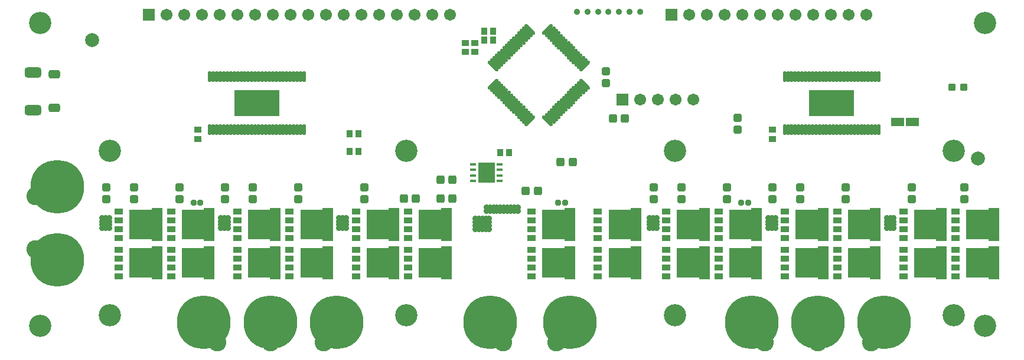
<source format=gts>
G04*
G04 #@! TF.GenerationSoftware,Altium Limited,Altium Designer,20.0.11 (256)*
G04*
G04 Layer_Color=8388736*
%FSLAX25Y25*%
%MOIN*%
G70*
G01*
G75*
%ADD33R,0.03543X0.01181*%
%ADD43R,0.07493X0.04737*%
%ADD44C,0.07874*%
%ADD45C,0.03600*%
G04:AMPARAMS|DCode=46|XSize=47.37mil|YSize=43.43mil|CornerRadius=8.43mil|HoleSize=0mil|Usage=FLASHONLY|Rotation=180.000|XOffset=0mil|YOffset=0mil|HoleType=Round|Shape=RoundedRectangle|*
%AMROUNDEDRECTD46*
21,1,0.04737,0.02657,0,0,180.0*
21,1,0.03051,0.04343,0,0,180.0*
1,1,0.01686,-0.01526,0.01329*
1,1,0.01686,0.01526,0.01329*
1,1,0.01686,0.01526,-0.01329*
1,1,0.01686,-0.01526,-0.01329*
%
%ADD46ROUNDEDRECTD46*%
G04:AMPARAMS|DCode=47|XSize=47.37mil|YSize=43.43mil|CornerRadius=8.43mil|HoleSize=0mil|Usage=FLASHONLY|Rotation=270.000|XOffset=0mil|YOffset=0mil|HoleType=Round|Shape=RoundedRectangle|*
%AMROUNDEDRECTD47*
21,1,0.04737,0.02657,0,0,270.0*
21,1,0.03051,0.04343,0,0,270.0*
1,1,0.01686,-0.01329,-0.01526*
1,1,0.01686,-0.01329,0.01526*
1,1,0.01686,0.01329,0.01526*
1,1,0.01686,0.01329,-0.01526*
%
%ADD47ROUNDEDRECTD47*%
%ADD48R,0.09803X0.11811*%
%ADD49R,0.06496X0.19095*%
%ADD50R,0.05118X0.03347*%
%ADD51R,0.09252X0.17126*%
G04:AMPARAMS|DCode=52|XSize=19.81mil|YSize=78.87mil|CornerRadius=0mil|HoleSize=0mil|Usage=FLASHONLY|Rotation=45.000|XOffset=0mil|YOffset=0mil|HoleType=Round|Shape=Round|*
%AMOVALD52*
21,1,0.05906,0.01981,0.00000,0.00000,135.0*
1,1,0.01981,0.02088,-0.02088*
1,1,0.01981,-0.02088,0.02088*
%
%ADD52OVALD52*%

G04:AMPARAMS|DCode=53|XSize=19.81mil|YSize=78.87mil|CornerRadius=0mil|HoleSize=0mil|Usage=FLASHONLY|Rotation=315.000|XOffset=0mil|YOffset=0mil|HoleType=Round|Shape=Round|*
%AMOVALD53*
21,1,0.05906,0.01981,0.00000,0.00000,45.0*
1,1,0.01981,-0.02088,-0.02088*
1,1,0.01981,0.02088,0.02088*
%
%ADD53OVALD53*%

%ADD54R,0.25800X0.15013*%
%ADD55O,0.01981X0.06312*%
%ADD56R,0.03556X0.04147*%
%ADD57R,0.04147X0.03556*%
G04:AMPARAMS|DCode=58|XSize=31.62mil|YSize=31.62mil|CornerRadius=6.36mil|HoleSize=0mil|Usage=FLASHONLY|Rotation=90.000|XOffset=0mil|YOffset=0mil|HoleType=Round|Shape=RoundedRectangle|*
%AMROUNDEDRECTD58*
21,1,0.03162,0.01890,0,0,90.0*
21,1,0.01890,0.03162,0,0,90.0*
1,1,0.01272,0.00945,0.00945*
1,1,0.01272,0.00945,-0.00945*
1,1,0.01272,-0.00945,-0.00945*
1,1,0.01272,-0.00945,0.00945*
%
%ADD58ROUNDEDRECTD58*%
G04:AMPARAMS|DCode=59|XSize=39.5mil|YSize=39.5mil|CornerRadius=7.94mil|HoleSize=0mil|Usage=FLASHONLY|Rotation=0.000|XOffset=0mil|YOffset=0mil|HoleType=Round|Shape=RoundedRectangle|*
%AMROUNDEDRECTD59*
21,1,0.03950,0.02362,0,0,0.0*
21,1,0.02362,0.03950,0,0,0.0*
1,1,0.01587,0.01181,-0.01181*
1,1,0.01587,-0.01181,-0.01181*
1,1,0.01587,-0.01181,0.01181*
1,1,0.01587,0.01181,0.01181*
%
%ADD59ROUNDEDRECTD59*%
%ADD60C,0.30328*%
%ADD61C,0.12611*%
G04:AMPARAMS|DCode=62|XSize=59.18mil|YSize=94.61mil|CornerRadius=16.8mil|HoleSize=0mil|Usage=FLASHONLY|Rotation=90.000|XOffset=0mil|YOffset=0mil|HoleType=Round|Shape=RoundedRectangle|*
%AMROUNDEDRECTD62*
21,1,0.05918,0.06102,0,0,90.0*
21,1,0.02559,0.09461,0,0,90.0*
1,1,0.03359,0.03051,0.01280*
1,1,0.03359,0.03051,-0.01280*
1,1,0.03359,-0.03051,-0.01280*
1,1,0.03359,-0.03051,0.01280*
%
%ADD62ROUNDEDRECTD62*%
G04:AMPARAMS|DCode=63|XSize=49.34mil|YSize=65.48mil|CornerRadius=14.34mil|HoleSize=0mil|Usage=FLASHONLY|Rotation=90.000|XOffset=0mil|YOffset=0mil|HoleType=Round|Shape=RoundedRectangle|*
%AMROUNDEDRECTD63*
21,1,0.04934,0.03681,0,0,90.0*
21,1,0.02067,0.06548,0,0,90.0*
1,1,0.02867,0.01841,0.01034*
1,1,0.02867,0.01841,-0.01034*
1,1,0.02867,-0.01841,-0.01034*
1,1,0.02867,-0.01841,0.01034*
%
%ADD63ROUNDEDRECTD63*%
%ADD64C,0.06706*%
%ADD65R,0.06706X0.06706*%
%ADD66C,0.10249*%
%ADD67C,0.03556*%
%ADD68C,0.03950*%
D33*
X269272Y103937D02*
D03*
Y107087D02*
D03*
Y100787D02*
D03*
Y97638D02*
D03*
X254350Y107087D02*
D03*
Y100787D02*
D03*
Y103937D02*
D03*
Y97638D02*
D03*
D43*
X502165Y131102D02*
D03*
X493898D02*
D03*
D44*
X539370Y110236D02*
D03*
X39370Y177165D02*
D03*
D45*
X324803Y193307D02*
D03*
X336614D02*
D03*
X330709D02*
D03*
X318898D02*
D03*
X312992D02*
D03*
X342520D02*
D03*
X348425D02*
D03*
D46*
X329134Y152953D02*
D03*
Y159646D02*
D03*
X47244Y93898D02*
D03*
Y87205D02*
D03*
X62992Y93898D02*
D03*
Y87205D02*
D03*
X88582Y93898D02*
D03*
Y87205D02*
D03*
X114173Y93898D02*
D03*
Y87205D02*
D03*
X129921Y93898D02*
D03*
Y87205D02*
D03*
X155512Y93898D02*
D03*
Y87205D02*
D03*
X192913Y93898D02*
D03*
Y87205D02*
D03*
X403543Y126575D02*
D03*
Y133268D02*
D03*
X356299Y93898D02*
D03*
Y87205D02*
D03*
X372047Y87204D02*
D03*
Y93897D02*
D03*
X501968Y87204D02*
D03*
Y93897D02*
D03*
X464567Y87204D02*
D03*
Y93898D02*
D03*
X531496Y87204D02*
D03*
Y93897D02*
D03*
X438976Y87204D02*
D03*
Y93897D02*
D03*
X397638Y87204D02*
D03*
Y93898D02*
D03*
X423228Y93898D02*
D03*
Y87205D02*
D03*
D47*
X339961Y133071D02*
D03*
X333268D02*
D03*
X215157Y87795D02*
D03*
X221850D02*
D03*
X236023Y98425D02*
D03*
X242717D02*
D03*
X236024Y87795D02*
D03*
X242717D02*
D03*
X284055Y92126D02*
D03*
X290748D02*
D03*
X303740Y108268D02*
D03*
X310433D02*
D03*
D48*
X261811Y102362D02*
D03*
D49*
X239173Y51181D02*
D03*
X105315Y51181D02*
D03*
X75787Y72835D02*
D03*
X142717Y51181D02*
D03*
X172244Y51181D02*
D03*
X209646Y51181D02*
D03*
X239173Y72835D02*
D03*
X142717D02*
D03*
X209646D02*
D03*
X172244D02*
D03*
X75787Y51181D02*
D03*
X105315Y72835D02*
D03*
X481299Y51181D02*
D03*
X481299Y72835D02*
D03*
X518701D02*
D03*
X414370Y51181D02*
D03*
X384842Y51181D02*
D03*
X518701D02*
D03*
X414370Y72835D02*
D03*
X384842D02*
D03*
X346260Y72834D02*
D03*
X346260Y51181D02*
D03*
X308858Y72834D02*
D03*
X548228Y51181D02*
D03*
X451772Y51181D02*
D03*
Y72835D02*
D03*
X308858Y51181D02*
D03*
X548228Y72835D02*
D03*
D50*
X217618Y53681D02*
D03*
Y58681D02*
D03*
Y48681D02*
D03*
Y43681D02*
D03*
X83760Y53681D02*
D03*
Y58681D02*
D03*
Y48681D02*
D03*
Y43681D02*
D03*
X54232Y75335D02*
D03*
Y80335D02*
D03*
Y70335D02*
D03*
Y65335D02*
D03*
X121161Y53681D02*
D03*
Y58681D02*
D03*
Y48681D02*
D03*
Y43681D02*
D03*
X150689Y53681D02*
D03*
Y58681D02*
D03*
Y48681D02*
D03*
Y43681D02*
D03*
X188090Y53681D02*
D03*
Y58681D02*
D03*
Y48681D02*
D03*
Y43681D02*
D03*
X217618Y75335D02*
D03*
Y80335D02*
D03*
Y70335D02*
D03*
Y65335D02*
D03*
X121161Y75335D02*
D03*
Y80335D02*
D03*
Y70335D02*
D03*
Y65335D02*
D03*
X188090Y75335D02*
D03*
Y80335D02*
D03*
Y70335D02*
D03*
Y65335D02*
D03*
X150689Y75335D02*
D03*
Y80335D02*
D03*
Y70335D02*
D03*
Y65335D02*
D03*
X54232Y53681D02*
D03*
Y58681D02*
D03*
Y48681D02*
D03*
Y43681D02*
D03*
X83760Y75335D02*
D03*
Y80335D02*
D03*
Y70335D02*
D03*
Y65335D02*
D03*
X459744Y53681D02*
D03*
Y58681D02*
D03*
Y48681D02*
D03*
Y43681D02*
D03*
X459744Y75335D02*
D03*
Y80335D02*
D03*
Y70335D02*
D03*
Y65335D02*
D03*
X497146Y75335D02*
D03*
Y80335D02*
D03*
Y70335D02*
D03*
Y65335D02*
D03*
X392815Y53681D02*
D03*
Y58681D02*
D03*
Y48681D02*
D03*
Y43681D02*
D03*
X363287Y53681D02*
D03*
Y58681D02*
D03*
Y48681D02*
D03*
Y43681D02*
D03*
X497146Y53681D02*
D03*
Y58681D02*
D03*
Y48681D02*
D03*
Y43681D02*
D03*
X392815Y75335D02*
D03*
Y80335D02*
D03*
Y70335D02*
D03*
Y65335D02*
D03*
X363287Y75335D02*
D03*
Y80335D02*
D03*
Y70335D02*
D03*
Y65335D02*
D03*
X324705Y75335D02*
D03*
Y80335D02*
D03*
Y70335D02*
D03*
Y65334D02*
D03*
X324705Y53681D02*
D03*
Y58681D02*
D03*
Y48681D02*
D03*
Y43681D02*
D03*
X287303Y75335D02*
D03*
Y80335D02*
D03*
Y70335D02*
D03*
Y65334D02*
D03*
X526673Y53681D02*
D03*
Y58681D02*
D03*
Y48681D02*
D03*
Y43681D02*
D03*
X430217Y53681D02*
D03*
Y58681D02*
D03*
Y48681D02*
D03*
Y43681D02*
D03*
Y75335D02*
D03*
Y80335D02*
D03*
Y70335D02*
D03*
Y65335D02*
D03*
X287303Y53681D02*
D03*
Y58681D02*
D03*
Y48681D02*
D03*
Y43681D02*
D03*
X526673Y75335D02*
D03*
Y80335D02*
D03*
Y70335D02*
D03*
Y65335D02*
D03*
D51*
X233661Y51181D02*
D03*
X228346D02*
D03*
X99803Y51181D02*
D03*
X94488D02*
D03*
X70275Y72835D02*
D03*
X64960D02*
D03*
X137205Y51181D02*
D03*
X131890D02*
D03*
X166732Y51181D02*
D03*
X161417D02*
D03*
X204134Y51181D02*
D03*
X198819D02*
D03*
X233661Y72835D02*
D03*
X228346D02*
D03*
X137205D02*
D03*
X131890D02*
D03*
X204134D02*
D03*
X198819D02*
D03*
X166732D02*
D03*
X161417D02*
D03*
X70275Y51181D02*
D03*
X64960D02*
D03*
X99803Y72835D02*
D03*
X94488D02*
D03*
X475787Y51181D02*
D03*
X470472D02*
D03*
X475787Y72835D02*
D03*
X470472D02*
D03*
X513189D02*
D03*
X507874D02*
D03*
X408858Y51181D02*
D03*
X403543D02*
D03*
X379331Y51181D02*
D03*
X374016D02*
D03*
X513189D02*
D03*
X507874D02*
D03*
X408858Y72835D02*
D03*
X403543D02*
D03*
X379331D02*
D03*
X374016D02*
D03*
X340748Y72834D02*
D03*
X335433D02*
D03*
X340748Y51181D02*
D03*
X335433D02*
D03*
X303346Y72834D02*
D03*
X298031D02*
D03*
X542717Y51181D02*
D03*
X537401D02*
D03*
X446260Y51181D02*
D03*
X440945D02*
D03*
X446260Y72835D02*
D03*
X440945D02*
D03*
X303346Y51181D02*
D03*
X298031D02*
D03*
X542717Y72835D02*
D03*
X537401D02*
D03*
D52*
X308877Y144118D02*
D03*
X306093Y141334D02*
D03*
X296350Y131590D02*
D03*
X299133Y134374D02*
D03*
X317229Y152469D02*
D03*
X314445Y149685D02*
D03*
X315837Y151077D02*
D03*
X273800Y170843D02*
D03*
X272408Y169451D02*
D03*
X277976Y175019D02*
D03*
X266840Y163883D02*
D03*
X265448Y162491D02*
D03*
X271016Y168059D02*
D03*
X268232Y165275D02*
D03*
X269624Y166667D02*
D03*
X283544Y180587D02*
D03*
X286328Y183370D02*
D03*
X284936Y181978D02*
D03*
X282152Y179195D02*
D03*
X279368Y176411D02*
D03*
X280760Y177803D02*
D03*
X307485Y142726D02*
D03*
X297742Y132982D02*
D03*
X310269Y145510D02*
D03*
X300525Y135766D02*
D03*
X304701Y139942D02*
D03*
X303309Y138550D02*
D03*
X301917Y137158D02*
D03*
X313053Y148294D02*
D03*
X311661Y146902D02*
D03*
X275192Y172235D02*
D03*
X276584Y173627D02*
D03*
D53*
X286328Y131590D02*
D03*
X284936Y132982D02*
D03*
X283544Y134374D02*
D03*
X282152Y135766D02*
D03*
X280760Y137158D02*
D03*
X279368Y138550D02*
D03*
X277976Y139942D02*
D03*
X276584Y141334D02*
D03*
X275192Y142726D02*
D03*
X273800Y144118D02*
D03*
X272408Y145510D02*
D03*
X271016Y146902D02*
D03*
X269624Y148293D02*
D03*
X268232Y149685D02*
D03*
X266840Y151077D02*
D03*
X265448Y152469D02*
D03*
X317229Y162491D02*
D03*
X307485Y172235D02*
D03*
X306093Y173627D02*
D03*
X304701Y175019D02*
D03*
X303309Y176410D02*
D03*
X301917Y177803D02*
D03*
X300525Y179195D02*
D03*
X299133Y180587D02*
D03*
X297742Y181978D02*
D03*
X296350Y183370D02*
D03*
X315837Y163883D02*
D03*
X311661Y168059D02*
D03*
X310269Y169451D02*
D03*
X308877Y170843D02*
D03*
X313053Y166667D02*
D03*
X314445Y165275D02*
D03*
D54*
X456693Y141732D02*
D03*
X132283D02*
D03*
D55*
X430118Y126772D02*
D03*
X432087D02*
D03*
X434055D02*
D03*
X436024D02*
D03*
X437992D02*
D03*
X439960D02*
D03*
X441929D02*
D03*
X443898D02*
D03*
X445866D02*
D03*
X447835D02*
D03*
X449803D02*
D03*
X451772D02*
D03*
X453740D02*
D03*
X455709D02*
D03*
X457677D02*
D03*
X459646D02*
D03*
X461614D02*
D03*
X463583D02*
D03*
X465551D02*
D03*
X467520D02*
D03*
X469488D02*
D03*
X471457D02*
D03*
X473425D02*
D03*
X475394D02*
D03*
X477362D02*
D03*
X479331D02*
D03*
X481299D02*
D03*
X483268D02*
D03*
X430118Y156693D02*
D03*
X432087D02*
D03*
X434055D02*
D03*
X436024D02*
D03*
X437992D02*
D03*
X439960D02*
D03*
X441929D02*
D03*
X443898D02*
D03*
X445866D02*
D03*
X447835D02*
D03*
X449803D02*
D03*
X451772D02*
D03*
X453740D02*
D03*
X455709D02*
D03*
X457677D02*
D03*
X459646D02*
D03*
X461614D02*
D03*
X463583D02*
D03*
X465551D02*
D03*
X467520D02*
D03*
X469488D02*
D03*
X471457D02*
D03*
X473425D02*
D03*
X475394D02*
D03*
X477362D02*
D03*
X479331D02*
D03*
X481299D02*
D03*
X483268D02*
D03*
X105709Y126772D02*
D03*
X107677D02*
D03*
X109646D02*
D03*
X111614D02*
D03*
X113583D02*
D03*
X115551D02*
D03*
X117520D02*
D03*
X119488D02*
D03*
X121457D02*
D03*
X123425D02*
D03*
X125394D02*
D03*
X127362D02*
D03*
X129331D02*
D03*
X131299D02*
D03*
X133268D02*
D03*
X135236D02*
D03*
X137205D02*
D03*
X139173D02*
D03*
X141142D02*
D03*
X143110D02*
D03*
X145079D02*
D03*
X147047D02*
D03*
X149016D02*
D03*
X150984D02*
D03*
X152953D02*
D03*
X154921D02*
D03*
X156890D02*
D03*
X158858D02*
D03*
X105709Y156693D02*
D03*
X107677D02*
D03*
X109646D02*
D03*
X111614D02*
D03*
X113583D02*
D03*
X115551D02*
D03*
X129331D02*
D03*
X131299D02*
D03*
X133268D02*
D03*
X135236D02*
D03*
X137205D02*
D03*
X147047D02*
D03*
X150984D02*
D03*
X152953D02*
D03*
X154921D02*
D03*
X156890D02*
D03*
X158858D02*
D03*
X127362D02*
D03*
X121457D02*
D03*
X119488D02*
D03*
X117520D02*
D03*
X123425D02*
D03*
X125394D02*
D03*
X141142D02*
D03*
X139173D02*
D03*
X143110D02*
D03*
X145079D02*
D03*
X149016D02*
D03*
D56*
X265551Y182283D02*
D03*
X260433D02*
D03*
X265551Y177165D02*
D03*
X260433D02*
D03*
X269488Y113779D02*
D03*
X274606D02*
D03*
X184449Y114173D02*
D03*
X189567D02*
D03*
Y124409D02*
D03*
X184449D02*
D03*
D57*
X423228Y121457D02*
D03*
Y126575D02*
D03*
X255118Y170669D02*
D03*
Y175787D02*
D03*
X250000Y170669D02*
D03*
Y175787D02*
D03*
X98819Y121457D02*
D03*
Y126575D02*
D03*
D58*
X405512Y85433D02*
D03*
X409449D02*
D03*
X96457D02*
D03*
X100394D02*
D03*
X306299D02*
D03*
X302362D02*
D03*
D59*
X524606Y150787D02*
D03*
X531299D02*
D03*
D60*
X139764Y17717D02*
D03*
X102362D02*
D03*
X177165D02*
D03*
X486221D02*
D03*
X263779Y17717D02*
D03*
X411417Y17717D02*
D03*
X448819D02*
D03*
X309055Y17717D02*
D03*
X19685Y94488D02*
D03*
X19685Y53150D02*
D03*
D61*
X216535Y114567D02*
D03*
X49213D02*
D03*
X9843Y15748D02*
D03*
X216535Y21654D02*
D03*
X525591Y114567D02*
D03*
X543307Y187008D02*
D03*
X525591Y21654D02*
D03*
X49213D02*
D03*
X9843Y187008D02*
D03*
X368110Y114567D02*
D03*
Y21654D02*
D03*
X543307Y15748D02*
D03*
D62*
X5906Y137697D02*
D03*
Y159154D02*
D03*
D63*
X17815Y138878D02*
D03*
Y157972D02*
D03*
D64*
X378583Y143701D02*
D03*
X368583D02*
D03*
X358583D02*
D03*
X348583D02*
D03*
X81260Y191732D02*
D03*
X91260D02*
D03*
X101260D02*
D03*
X111260D02*
D03*
X121260D02*
D03*
X131260D02*
D03*
X141260D02*
D03*
X151260D02*
D03*
X161260D02*
D03*
X171260D02*
D03*
X181260D02*
D03*
X191260D02*
D03*
X201260D02*
D03*
X211260D02*
D03*
X221260D02*
D03*
X231260D02*
D03*
X241260D02*
D03*
X376142D02*
D03*
X386142D02*
D03*
X396142D02*
D03*
X406142D02*
D03*
X416142D02*
D03*
X426142D02*
D03*
X436142D02*
D03*
X446142D02*
D03*
X456142D02*
D03*
X466142D02*
D03*
X476142D02*
D03*
D65*
X338583Y143701D02*
D03*
X71260Y191732D02*
D03*
X366142D02*
D03*
D66*
X418898Y6299D02*
D03*
X448898D02*
D03*
X478898D02*
D03*
X109843D02*
D03*
X139842D02*
D03*
X169843D02*
D03*
X7087Y58976D02*
D03*
Y88976D02*
D03*
X301260Y6299D02*
D03*
X271260D02*
D03*
D67*
X121457Y141732D02*
D03*
Y137401D02*
D03*
X263779Y106299D02*
D03*
Y102362D02*
D03*
X259842Y106299D02*
D03*
Y102362D02*
D03*
X263779Y98425D02*
D03*
X259842D02*
D03*
X147559Y25512D02*
D03*
X150787Y17717D02*
D03*
X139764Y28740D02*
D03*
X147559Y9922D02*
D03*
X139764Y6693D02*
D03*
X131969Y25512D02*
D03*
X128740Y17717D02*
D03*
X131969Y9922D02*
D03*
X110157Y25512D02*
D03*
X113386Y17717D02*
D03*
X102362Y28740D02*
D03*
X110157Y9922D02*
D03*
X102362Y6693D02*
D03*
X94567Y25512D02*
D03*
X91338Y17717D02*
D03*
X94567Y9922D02*
D03*
X184960Y25512D02*
D03*
X188189Y17717D02*
D03*
X177165Y28740D02*
D03*
X184960Y9922D02*
D03*
X177165Y6693D02*
D03*
X169370Y25512D02*
D03*
X166142Y17717D02*
D03*
X169370Y9922D02*
D03*
X494015Y25512D02*
D03*
X497244Y17717D02*
D03*
X486221Y28740D02*
D03*
X494015Y9922D02*
D03*
X486221Y6693D02*
D03*
X478426Y25512D02*
D03*
X475197Y17717D02*
D03*
X478426Y9922D02*
D03*
X271574Y25511D02*
D03*
X274803Y17717D02*
D03*
X263779Y28740D02*
D03*
X271574Y9922D02*
D03*
X263779Y6693D02*
D03*
X255984Y25511D02*
D03*
X252756Y17717D02*
D03*
X255984Y9922D02*
D03*
X419212Y25512D02*
D03*
X422441Y17717D02*
D03*
X411417Y28740D02*
D03*
X419212Y9922D02*
D03*
X411417Y6693D02*
D03*
X403622Y25512D02*
D03*
X400394Y17717D02*
D03*
X403622Y9922D02*
D03*
X456614Y25512D02*
D03*
X459842Y17717D02*
D03*
X448819Y28740D02*
D03*
X456614Y9922D02*
D03*
X448819Y6693D02*
D03*
X441024Y25512D02*
D03*
X437795Y17717D02*
D03*
X441024Y9922D02*
D03*
X316850Y25511D02*
D03*
X320079Y17717D02*
D03*
X309055Y28740D02*
D03*
X316850Y9922D02*
D03*
X309055Y6693D02*
D03*
X301260Y25511D02*
D03*
X298031Y17717D02*
D03*
X301260Y9922D02*
D03*
X27480Y102283D02*
D03*
X30709Y94488D02*
D03*
X19685Y105512D02*
D03*
X27480Y86693D02*
D03*
X19685Y83464D02*
D03*
X11890Y102283D02*
D03*
X8661Y94488D02*
D03*
X11890Y86693D02*
D03*
X27480Y60944D02*
D03*
X30709Y53150D02*
D03*
X19685Y64173D02*
D03*
X27480Y45355D02*
D03*
X19685Y42126D02*
D03*
X11890Y60944D02*
D03*
X8662Y53150D02*
D03*
X11890Y45355D02*
D03*
X261811Y80709D02*
D03*
X271654D02*
D03*
Y82677D02*
D03*
X261811D02*
D03*
X269685D02*
D03*
Y80709D02*
D03*
X279527Y82677D02*
D03*
Y80709D02*
D03*
X277559D02*
D03*
Y82677D02*
D03*
X267717Y80709D02*
D03*
Y82677D02*
D03*
X265748D02*
D03*
Y80709D02*
D03*
X275590Y82677D02*
D03*
Y80709D02*
D03*
X273622D02*
D03*
Y82677D02*
D03*
X263779Y80709D02*
D03*
Y82677D02*
D03*
X355906Y74803D02*
D03*
X353937Y76771D02*
D03*
X257480Y76378D02*
D03*
Y74409D02*
D03*
Y72441D02*
D03*
Y70472D02*
D03*
X259449D02*
D03*
Y72441D02*
D03*
Y74409D02*
D03*
Y76378D02*
D03*
X261417D02*
D03*
Y74409D02*
D03*
Y72441D02*
D03*
Y70472D02*
D03*
X263386D02*
D03*
Y72441D02*
D03*
Y74409D02*
D03*
Y76378D02*
D03*
X255512D02*
D03*
Y74409D02*
D03*
Y72441D02*
D03*
Y70472D02*
D03*
X353937Y70866D02*
D03*
Y72834D02*
D03*
Y74803D02*
D03*
X357874Y76771D02*
D03*
Y74803D02*
D03*
Y72834D02*
D03*
Y70866D02*
D03*
X355906D02*
D03*
Y72834D02*
D03*
Y76771D02*
D03*
X420866Y70866D02*
D03*
Y72834D02*
D03*
Y74803D02*
D03*
Y76771D02*
D03*
X424803D02*
D03*
Y74803D02*
D03*
Y72834D02*
D03*
Y70866D02*
D03*
X422834D02*
D03*
Y72834D02*
D03*
Y74803D02*
D03*
Y76771D02*
D03*
X487795Y70866D02*
D03*
Y72834D02*
D03*
Y74803D02*
D03*
Y76771D02*
D03*
X491732D02*
D03*
Y74803D02*
D03*
Y72834D02*
D03*
Y70866D02*
D03*
X489764D02*
D03*
Y72834D02*
D03*
Y74803D02*
D03*
Y76771D02*
D03*
X180709D02*
D03*
Y74803D02*
D03*
Y72834D02*
D03*
Y70866D02*
D03*
X182677D02*
D03*
Y72834D02*
D03*
Y74803D02*
D03*
Y76771D02*
D03*
X178740D02*
D03*
Y74803D02*
D03*
Y72834D02*
D03*
Y70866D02*
D03*
X113779Y76771D02*
D03*
Y74803D02*
D03*
Y72834D02*
D03*
Y70866D02*
D03*
X115748D02*
D03*
Y72834D02*
D03*
Y74803D02*
D03*
Y76771D02*
D03*
X111811D02*
D03*
Y74803D02*
D03*
Y72834D02*
D03*
Y70866D02*
D03*
X450197Y146063D02*
D03*
X445866D02*
D03*
X454528D02*
D03*
X445866Y137401D02*
D03*
Y141732D02*
D03*
X450197Y137401D02*
D03*
Y141732D02*
D03*
X454528Y137401D02*
D03*
Y141732D02*
D03*
X458858Y137401D02*
D03*
Y141732D02*
D03*
Y146063D02*
D03*
X463189Y137401D02*
D03*
Y141732D02*
D03*
Y146063D02*
D03*
X467520Y137401D02*
D03*
Y141732D02*
D03*
Y146063D02*
D03*
X143110Y141732D02*
D03*
X121457Y146063D02*
D03*
X125787Y137401D02*
D03*
Y141732D02*
D03*
Y146063D02*
D03*
X130118Y137401D02*
D03*
Y141732D02*
D03*
Y146063D02*
D03*
X134449Y137401D02*
D03*
Y141732D02*
D03*
Y146063D02*
D03*
X138779Y137401D02*
D03*
Y141732D02*
D03*
X143110Y137401D02*
D03*
Y146063D02*
D03*
X138779D02*
D03*
X46850Y76771D02*
D03*
X44882D02*
D03*
X46850Y74803D02*
D03*
X44882D02*
D03*
Y72834D02*
D03*
Y70866D02*
D03*
X46850D02*
D03*
X48819D02*
D03*
X46850Y72834D02*
D03*
X48819D02*
D03*
Y76771D02*
D03*
Y74803D02*
D03*
D68*
X240157Y56102D02*
D03*
X236220Y56693D02*
D03*
X240157Y51181D02*
D03*
X237697Y53445D02*
D03*
X234449D02*
D03*
X232677Y56693D02*
D03*
X231102Y53445D02*
D03*
X237795Y48917D02*
D03*
X240157Y46260D02*
D03*
X235827Y45669D02*
D03*
X234547Y48917D02*
D03*
X231201D02*
D03*
X232283Y45669D02*
D03*
X229134Y56693D02*
D03*
X227953Y48917D02*
D03*
X227854Y53445D02*
D03*
X228740Y45669D02*
D03*
X106299Y56102D02*
D03*
X102362Y56693D02*
D03*
X106299Y51181D02*
D03*
X103839Y53445D02*
D03*
X100591D02*
D03*
X98819Y56693D02*
D03*
X97244Y53445D02*
D03*
X103937Y48917D02*
D03*
X106299Y46260D02*
D03*
X101969Y45669D02*
D03*
X100689Y48917D02*
D03*
X97342D02*
D03*
X98425Y45669D02*
D03*
X95276Y56693D02*
D03*
X94095Y48917D02*
D03*
X93996Y53445D02*
D03*
X94882Y45669D02*
D03*
X173228Y56102D02*
D03*
X169291Y56693D02*
D03*
X173228Y51181D02*
D03*
X170768Y53445D02*
D03*
X167520D02*
D03*
X165748Y56693D02*
D03*
X164173Y53445D02*
D03*
X170866Y48917D02*
D03*
X173228Y46260D02*
D03*
X168898Y45669D02*
D03*
X167618Y48917D02*
D03*
X164272D02*
D03*
X165354Y45669D02*
D03*
X162205Y56693D02*
D03*
X161024Y48917D02*
D03*
X160925Y53445D02*
D03*
X161811Y45669D02*
D03*
X482283Y56102D02*
D03*
X478346Y56693D02*
D03*
X482283Y51181D02*
D03*
X479823Y53445D02*
D03*
X476575D02*
D03*
X474803Y56693D02*
D03*
X473228Y53445D02*
D03*
X479921Y48917D02*
D03*
X482283Y46260D02*
D03*
X477953Y45669D02*
D03*
X476673Y48917D02*
D03*
X473327D02*
D03*
X474409Y45669D02*
D03*
X471260Y56693D02*
D03*
X470079Y48917D02*
D03*
X469980Y53445D02*
D03*
X470866Y45669D02*
D03*
X415354Y56102D02*
D03*
X411417Y56693D02*
D03*
X415354Y51181D02*
D03*
X412894Y53445D02*
D03*
X409646D02*
D03*
X407874Y56693D02*
D03*
X406299Y53445D02*
D03*
X412992Y48917D02*
D03*
X415354Y46260D02*
D03*
X411024Y45669D02*
D03*
X409744Y48917D02*
D03*
X406398D02*
D03*
X407480Y45669D02*
D03*
X404331Y56693D02*
D03*
X403150Y48917D02*
D03*
X403051Y53445D02*
D03*
X403937Y45669D02*
D03*
X347244Y56102D02*
D03*
X343307Y56693D02*
D03*
X347244Y51181D02*
D03*
X344783Y53445D02*
D03*
X341535D02*
D03*
X339764Y56693D02*
D03*
X338189Y53445D02*
D03*
X344882Y48917D02*
D03*
X347244Y46260D02*
D03*
X342913Y45669D02*
D03*
X341634Y48917D02*
D03*
X338287D02*
D03*
X339370Y45669D02*
D03*
X336220Y56693D02*
D03*
X335039Y48917D02*
D03*
X334941Y53445D02*
D03*
X335827Y45669D02*
D03*
X549213Y56102D02*
D03*
X545275Y56693D02*
D03*
X549213Y51181D02*
D03*
X546752Y53445D02*
D03*
X543504D02*
D03*
X541732Y56693D02*
D03*
X540157Y53445D02*
D03*
X546850Y48917D02*
D03*
X549213Y46260D02*
D03*
X544882Y45669D02*
D03*
X543602Y48917D02*
D03*
X540256D02*
D03*
X541338Y45669D02*
D03*
X538189Y56693D02*
D03*
X537008Y48917D02*
D03*
X536909Y53445D02*
D03*
X537795Y45669D02*
D03*
M02*

</source>
